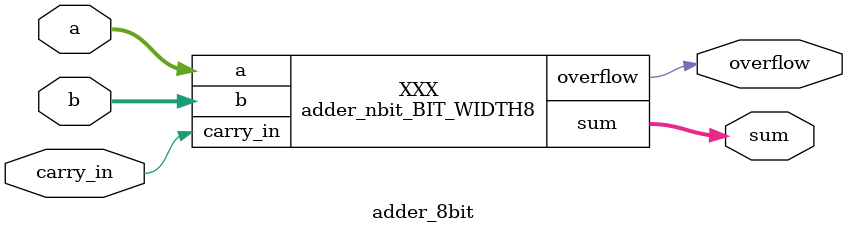
<source format=v>


module adder_1bit_7 ( a, b, carry_in, sum, carry_out );
  input a, b, carry_in;
  output sum, carry_out;
  wire   n1, n2;

  XOR2X1 U1 ( .A(carry_in), .B(n1), .Y(sum) );
  INVX1 U2 ( .A(n2), .Y(carry_out) );
  AOI22X1 U3 ( .A(b), .B(a), .C(n1), .D(carry_in), .Y(n2) );
  XOR2X1 U4 ( .A(a), .B(b), .Y(n1) );
endmodule


module adder_1bit_0 ( a, b, carry_in, sum, carry_out );
  input a, b, carry_in;
  output sum, carry_out;
  wire   n1, n2;

  XOR2X1 U1 ( .A(carry_in), .B(n1), .Y(sum) );
  INVX1 U2 ( .A(n2), .Y(carry_out) );
  AOI22X1 U3 ( .A(b), .B(a), .C(n1), .D(carry_in), .Y(n2) );
  XOR2X1 U4 ( .A(a), .B(b), .Y(n1) );
endmodule


module adder_1bit_1 ( a, b, carry_in, sum, carry_out );
  input a, b, carry_in;
  output sum, carry_out;
  wire   n1, n2;

  XOR2X1 U1 ( .A(carry_in), .B(n1), .Y(sum) );
  INVX1 U2 ( .A(n2), .Y(carry_out) );
  AOI22X1 U3 ( .A(b), .B(a), .C(n1), .D(carry_in), .Y(n2) );
  XOR2X1 U4 ( .A(a), .B(b), .Y(n1) );
endmodule


module adder_1bit_2 ( a, b, carry_in, sum, carry_out );
  input a, b, carry_in;
  output sum, carry_out;
  wire   n1, n2;

  XOR2X1 U1 ( .A(carry_in), .B(n1), .Y(sum) );
  INVX1 U2 ( .A(n2), .Y(carry_out) );
  AOI22X1 U3 ( .A(b), .B(a), .C(n1), .D(carry_in), .Y(n2) );
  XOR2X1 U4 ( .A(a), .B(b), .Y(n1) );
endmodule


module adder_1bit_3 ( a, b, carry_in, sum, carry_out );
  input a, b, carry_in;
  output sum, carry_out;
  wire   n1, n2;

  XOR2X1 U1 ( .A(carry_in), .B(n1), .Y(sum) );
  INVX1 U2 ( .A(n2), .Y(carry_out) );
  AOI22X1 U3 ( .A(b), .B(a), .C(n1), .D(carry_in), .Y(n2) );
  XOR2X1 U4 ( .A(a), .B(b), .Y(n1) );
endmodule


module adder_1bit_4 ( a, b, carry_in, sum, carry_out );
  input a, b, carry_in;
  output sum, carry_out;
  wire   n1, n2;

  XOR2X1 U1 ( .A(carry_in), .B(n1), .Y(sum) );
  INVX1 U2 ( .A(n2), .Y(carry_out) );
  AOI22X1 U3 ( .A(b), .B(a), .C(n1), .D(carry_in), .Y(n2) );
  XOR2X1 U4 ( .A(a), .B(b), .Y(n1) );
endmodule


module adder_1bit_5 ( a, b, carry_in, sum, carry_out );
  input a, b, carry_in;
  output sum, carry_out;
  wire   n1, n2;

  XOR2X1 U1 ( .A(carry_in), .B(n1), .Y(sum) );
  INVX1 U2 ( .A(n2), .Y(carry_out) );
  AOI22X1 U3 ( .A(b), .B(a), .C(n1), .D(carry_in), .Y(n2) );
  XOR2X1 U4 ( .A(a), .B(b), .Y(n1) );
endmodule


module adder_1bit_6 ( a, b, carry_in, sum, carry_out );
  input a, b, carry_in;
  output sum, carry_out;
  wire   n1, n2;

  XOR2X1 U1 ( .A(carry_in), .B(n1), .Y(sum) );
  INVX1 U2 ( .A(n2), .Y(carry_out) );
  AOI22X1 U3 ( .A(b), .B(a), .C(n1), .D(carry_in), .Y(n2) );
  XOR2X1 U4 ( .A(a), .B(b), .Y(n1) );
endmodule


module adder_nbit_BIT_WIDTH8 ( a, b, carry_in, sum, overflow );
  input [7:0] a;
  input [7:0] b;
  output [7:0] sum;
  input carry_in;
  output overflow;

  wire   [7:1] carrys;

  adder_1bit_7 \genblk1[0].IX  ( .a(a[0]), .b(b[0]), .carry_in(carry_in), 
        .sum(sum[0]), .carry_out(carrys[1]) );
  adder_1bit_6 \genblk1[1].IX  ( .a(a[1]), .b(b[1]), .carry_in(carrys[1]), 
        .sum(sum[1]), .carry_out(carrys[2]) );
  adder_1bit_5 \genblk1[2].IX  ( .a(a[2]), .b(b[2]), .carry_in(carrys[2]), 
        .sum(sum[2]), .carry_out(carrys[3]) );
  adder_1bit_4 \genblk1[3].IX  ( .a(a[3]), .b(b[3]), .carry_in(carrys[3]), 
        .sum(sum[3]), .carry_out(carrys[4]) );
  adder_1bit_3 \genblk1[4].IX  ( .a(a[4]), .b(b[4]), .carry_in(carrys[4]), 
        .sum(sum[4]), .carry_out(carrys[5]) );
  adder_1bit_2 \genblk1[5].IX  ( .a(a[5]), .b(b[5]), .carry_in(carrys[5]), 
        .sum(sum[5]), .carry_out(carrys[6]) );
  adder_1bit_1 \genblk1[6].IX  ( .a(a[6]), .b(b[6]), .carry_in(carrys[6]), 
        .sum(sum[6]), .carry_out(carrys[7]) );
  adder_1bit_0 \genblk1[7].IX  ( .a(a[7]), .b(b[7]), .carry_in(carrys[7]), 
        .sum(sum[7]), .carry_out(overflow) );
endmodule


module adder_8bit ( a, b, carry_in, sum, overflow );
  input [7:0] a;
  input [7:0] b;
  output [7:0] sum;
  input carry_in;
  output overflow;


  adder_nbit_BIT_WIDTH8 XXX ( .a(a), .b(b), .carry_in(carry_in), .sum(sum), 
        .overflow(overflow) );
endmodule


</source>
